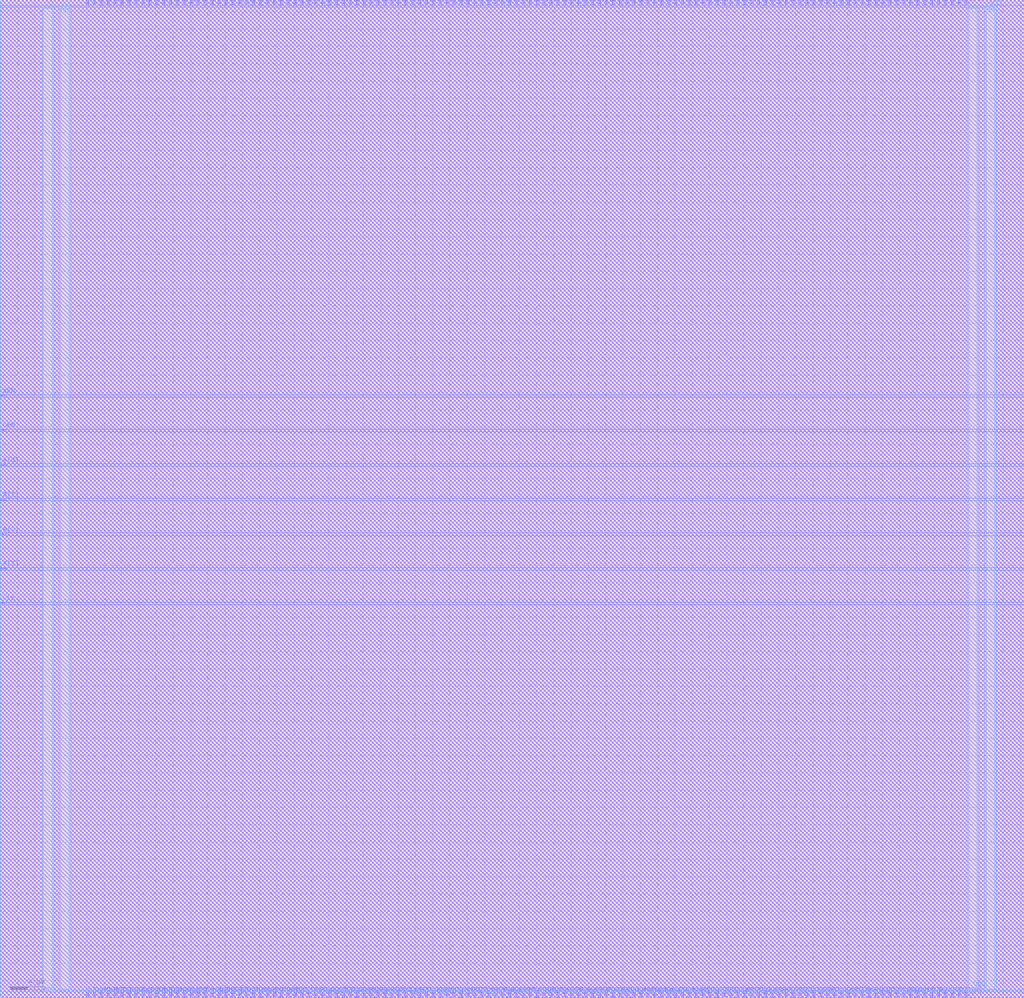
<source format=lef>
##
## LEF for PtnCells ;
## created by Innovus v15.23-s045_1 on Sat Mar 22 08:13:47 2025
##

VERSION 5.8 ;

BUSBITCHARS "[]" ;
DIVIDERCHAR "/" ;

MACRO sram_w16
  CLASS BLOCK ;
  SIZE 118.4000 BY 115.4000 ;
  FOREIGN sram_w16 0.0000 0.0000 ;
  ORIGIN 0 0 ;
  SYMMETRY X Y R90 ;
  PIN CLK
    DIRECTION INPUT ;
    USE SIGNAL ;
    PORT
      LAYER M3 ;
        RECT 0.0000 45.5500 0.6000 45.6500 ;
    END
  END CLK
  PIN D[127]
    DIRECTION INPUT ;
    USE SIGNAL ;
    PORT
      LAYER M2 ;
        RECT 10.0500 0.0000 10.1500 0.6000 ;
    END
  END D[127]
  PIN D[126]
    DIRECTION INPUT ;
    USE SIGNAL ;
    PORT
      LAYER M2 ;
        RECT 10.8500 0.0000 10.9500 0.6000 ;
    END
  END D[126]
  PIN D[125]
    DIRECTION INPUT ;
    USE SIGNAL ;
    PORT
      LAYER M2 ;
        RECT 11.6500 0.0000 11.7500 0.6000 ;
    END
  END D[125]
  PIN D[124]
    DIRECTION INPUT ;
    USE SIGNAL ;
    PORT
      LAYER M2 ;
        RECT 12.4500 0.0000 12.5500 0.6000 ;
    END
  END D[124]
  PIN D[123]
    DIRECTION INPUT ;
    USE SIGNAL ;
    PORT
      LAYER M2 ;
        RECT 13.2500 0.0000 13.3500 0.6000 ;
    END
  END D[123]
  PIN D[122]
    DIRECTION INPUT ;
    USE SIGNAL ;
    PORT
      LAYER M2 ;
        RECT 14.0500 0.0000 14.1500 0.6000 ;
    END
  END D[122]
  PIN D[121]
    DIRECTION INPUT ;
    USE SIGNAL ;
    PORT
      LAYER M2 ;
        RECT 14.8500 0.0000 14.9500 0.6000 ;
    END
  END D[121]
  PIN D[120]
    DIRECTION INPUT ;
    USE SIGNAL ;
    PORT
      LAYER M2 ;
        RECT 15.6500 0.0000 15.7500 0.6000 ;
    END
  END D[120]
  PIN D[119]
    DIRECTION INPUT ;
    USE SIGNAL ;
    PORT
      LAYER M2 ;
        RECT 16.4500 0.0000 16.5500 0.6000 ;
    END
  END D[119]
  PIN D[118]
    DIRECTION INPUT ;
    USE SIGNAL ;
    PORT
      LAYER M2 ;
        RECT 17.2500 0.0000 17.3500 0.6000 ;
    END
  END D[118]
  PIN D[117]
    DIRECTION INPUT ;
    USE SIGNAL ;
    PORT
      LAYER M2 ;
        RECT 18.0500 0.0000 18.1500 0.6000 ;
    END
  END D[117]
  PIN D[116]
    DIRECTION INPUT ;
    USE SIGNAL ;
    PORT
      LAYER M2 ;
        RECT 18.8500 0.0000 18.9500 0.6000 ;
    END
  END D[116]
  PIN D[115]
    DIRECTION INPUT ;
    USE SIGNAL ;
    PORT
      LAYER M2 ;
        RECT 19.6500 0.0000 19.7500 0.6000 ;
    END
  END D[115]
  PIN D[114]
    DIRECTION INPUT ;
    USE SIGNAL ;
    PORT
      LAYER M2 ;
        RECT 20.4500 0.0000 20.5500 0.6000 ;
    END
  END D[114]
  PIN D[113]
    DIRECTION INPUT ;
    USE SIGNAL ;
    PORT
      LAYER M2 ;
        RECT 21.2500 0.0000 21.3500 0.6000 ;
    END
  END D[113]
  PIN D[112]
    DIRECTION INPUT ;
    USE SIGNAL ;
    PORT
      LAYER M2 ;
        RECT 22.0500 0.0000 22.1500 0.6000 ;
    END
  END D[112]
  PIN D[111]
    DIRECTION INPUT ;
    USE SIGNAL ;
    PORT
      LAYER M2 ;
        RECT 22.8500 0.0000 22.9500 0.6000 ;
    END
  END D[111]
  PIN D[110]
    DIRECTION INPUT ;
    USE SIGNAL ;
    PORT
      LAYER M2 ;
        RECT 23.6500 0.0000 23.7500 0.6000 ;
    END
  END D[110]
  PIN D[109]
    DIRECTION INPUT ;
    USE SIGNAL ;
    PORT
      LAYER M2 ;
        RECT 24.4500 0.0000 24.5500 0.6000 ;
    END
  END D[109]
  PIN D[108]
    DIRECTION INPUT ;
    USE SIGNAL ;
    PORT
      LAYER M2 ;
        RECT 25.2500 0.0000 25.3500 0.6000 ;
    END
  END D[108]
  PIN D[107]
    DIRECTION INPUT ;
    USE SIGNAL ;
    PORT
      LAYER M2 ;
        RECT 26.0500 0.0000 26.1500 0.6000 ;
    END
  END D[107]
  PIN D[106]
    DIRECTION INPUT ;
    USE SIGNAL ;
    PORT
      LAYER M2 ;
        RECT 26.8500 0.0000 26.9500 0.6000 ;
    END
  END D[106]
  PIN D[105]
    DIRECTION INPUT ;
    USE SIGNAL ;
    PORT
      LAYER M2 ;
        RECT 27.6500 0.0000 27.7500 0.6000 ;
    END
  END D[105]
  PIN D[104]
    DIRECTION INPUT ;
    USE SIGNAL ;
    PORT
      LAYER M2 ;
        RECT 28.4500 0.0000 28.5500 0.6000 ;
    END
  END D[104]
  PIN D[103]
    DIRECTION INPUT ;
    USE SIGNAL ;
    PORT
      LAYER M2 ;
        RECT 29.2500 0.0000 29.3500 0.6000 ;
    END
  END D[103]
  PIN D[102]
    DIRECTION INPUT ;
    USE SIGNAL ;
    PORT
      LAYER M2 ;
        RECT 30.0500 0.0000 30.1500 0.6000 ;
    END
  END D[102]
  PIN D[101]
    DIRECTION INPUT ;
    USE SIGNAL ;
    PORT
      LAYER M2 ;
        RECT 30.8500 0.0000 30.9500 0.6000 ;
    END
  END D[101]
  PIN D[100]
    DIRECTION INPUT ;
    USE SIGNAL ;
    PORT
      LAYER M2 ;
        RECT 31.6500 0.0000 31.7500 0.6000 ;
    END
  END D[100]
  PIN D[99]
    DIRECTION INPUT ;
    USE SIGNAL ;
    PORT
      LAYER M2 ;
        RECT 32.4500 0.0000 32.5500 0.6000 ;
    END
  END D[99]
  PIN D[98]
    DIRECTION INPUT ;
    USE SIGNAL ;
    PORT
      LAYER M2 ;
        RECT 33.2500 0.0000 33.3500 0.6000 ;
    END
  END D[98]
  PIN D[97]
    DIRECTION INPUT ;
    USE SIGNAL ;
    PORT
      LAYER M2 ;
        RECT 34.0500 0.0000 34.1500 0.6000 ;
    END
  END D[97]
  PIN D[96]
    DIRECTION INPUT ;
    USE SIGNAL ;
    PORT
      LAYER M2 ;
        RECT 34.8500 0.0000 34.9500 0.6000 ;
    END
  END D[96]
  PIN D[95]
    DIRECTION INPUT ;
    USE SIGNAL ;
    PORT
      LAYER M2 ;
        RECT 35.6500 0.0000 35.7500 0.6000 ;
    END
  END D[95]
  PIN D[94]
    DIRECTION INPUT ;
    USE SIGNAL ;
    PORT
      LAYER M2 ;
        RECT 36.4500 0.0000 36.5500 0.6000 ;
    END
  END D[94]
  PIN D[93]
    DIRECTION INPUT ;
    USE SIGNAL ;
    PORT
      LAYER M2 ;
        RECT 37.2500 0.0000 37.3500 0.6000 ;
    END
  END D[93]
  PIN D[92]
    DIRECTION INPUT ;
    USE SIGNAL ;
    PORT
      LAYER M2 ;
        RECT 38.0500 0.0000 38.1500 0.6000 ;
    END
  END D[92]
  PIN D[91]
    DIRECTION INPUT ;
    USE SIGNAL ;
    PORT
      LAYER M2 ;
        RECT 38.8500 0.0000 38.9500 0.6000 ;
    END
  END D[91]
  PIN D[90]
    DIRECTION INPUT ;
    USE SIGNAL ;
    PORT
      LAYER M2 ;
        RECT 39.6500 0.0000 39.7500 0.6000 ;
    END
  END D[90]
  PIN D[89]
    DIRECTION INPUT ;
    USE SIGNAL ;
    PORT
      LAYER M2 ;
        RECT 40.4500 0.0000 40.5500 0.6000 ;
    END
  END D[89]
  PIN D[88]
    DIRECTION INPUT ;
    USE SIGNAL ;
    PORT
      LAYER M2 ;
        RECT 41.2500 0.0000 41.3500 0.6000 ;
    END
  END D[88]
  PIN D[87]
    DIRECTION INPUT ;
    USE SIGNAL ;
    PORT
      LAYER M2 ;
        RECT 42.0500 0.0000 42.1500 0.6000 ;
    END
  END D[87]
  PIN D[86]
    DIRECTION INPUT ;
    USE SIGNAL ;
    PORT
      LAYER M2 ;
        RECT 42.8500 0.0000 42.9500 0.6000 ;
    END
  END D[86]
  PIN D[85]
    DIRECTION INPUT ;
    USE SIGNAL ;
    PORT
      LAYER M2 ;
        RECT 43.6500 0.0000 43.7500 0.6000 ;
    END
  END D[85]
  PIN D[84]
    DIRECTION INPUT ;
    USE SIGNAL ;
    PORT
      LAYER M2 ;
        RECT 44.4500 0.0000 44.5500 0.6000 ;
    END
  END D[84]
  PIN D[83]
    DIRECTION INPUT ;
    USE SIGNAL ;
    PORT
      LAYER M2 ;
        RECT 45.2500 0.0000 45.3500 0.6000 ;
    END
  END D[83]
  PIN D[82]
    DIRECTION INPUT ;
    USE SIGNAL ;
    PORT
      LAYER M2 ;
        RECT 46.0500 0.0000 46.1500 0.6000 ;
    END
  END D[82]
  PIN D[81]
    DIRECTION INPUT ;
    USE SIGNAL ;
    PORT
      LAYER M2 ;
        RECT 46.8500 0.0000 46.9500 0.6000 ;
    END
  END D[81]
  PIN D[80]
    DIRECTION INPUT ;
    USE SIGNAL ;
    PORT
      LAYER M2 ;
        RECT 47.6500 0.0000 47.7500 0.6000 ;
    END
  END D[80]
  PIN D[79]
    DIRECTION INPUT ;
    USE SIGNAL ;
    PORT
      LAYER M2 ;
        RECT 48.4500 0.0000 48.5500 0.6000 ;
    END
  END D[79]
  PIN D[78]
    DIRECTION INPUT ;
    USE SIGNAL ;
    PORT
      LAYER M2 ;
        RECT 49.2500 0.0000 49.3500 0.6000 ;
    END
  END D[78]
  PIN D[77]
    DIRECTION INPUT ;
    USE SIGNAL ;
    PORT
      LAYER M2 ;
        RECT 50.0500 0.0000 50.1500 0.6000 ;
    END
  END D[77]
  PIN D[76]
    DIRECTION INPUT ;
    USE SIGNAL ;
    PORT
      LAYER M2 ;
        RECT 50.8500 0.0000 50.9500 0.6000 ;
    END
  END D[76]
  PIN D[75]
    DIRECTION INPUT ;
    USE SIGNAL ;
    PORT
      LAYER M2 ;
        RECT 51.6500 0.0000 51.7500 0.6000 ;
    END
  END D[75]
  PIN D[74]
    DIRECTION INPUT ;
    USE SIGNAL ;
    PORT
      LAYER M2 ;
        RECT 52.4500 0.0000 52.5500 0.6000 ;
    END
  END D[74]
  PIN D[73]
    DIRECTION INPUT ;
    USE SIGNAL ;
    PORT
      LAYER M2 ;
        RECT 53.2500 0.0000 53.3500 0.6000 ;
    END
  END D[73]
  PIN D[72]
    DIRECTION INPUT ;
    USE SIGNAL ;
    PORT
      LAYER M2 ;
        RECT 54.0500 0.0000 54.1500 0.6000 ;
    END
  END D[72]
  PIN D[71]
    DIRECTION INPUT ;
    USE SIGNAL ;
    PORT
      LAYER M2 ;
        RECT 54.8500 0.0000 54.9500 0.6000 ;
    END
  END D[71]
  PIN D[70]
    DIRECTION INPUT ;
    USE SIGNAL ;
    PORT
      LAYER M2 ;
        RECT 55.6500 0.0000 55.7500 0.6000 ;
    END
  END D[70]
  PIN D[69]
    DIRECTION INPUT ;
    USE SIGNAL ;
    PORT
      LAYER M2 ;
        RECT 56.4500 0.0000 56.5500 0.6000 ;
    END
  END D[69]
  PIN D[68]
    DIRECTION INPUT ;
    USE SIGNAL ;
    PORT
      LAYER M2 ;
        RECT 57.2500 0.0000 57.3500 0.6000 ;
    END
  END D[68]
  PIN D[67]
    DIRECTION INPUT ;
    USE SIGNAL ;
    PORT
      LAYER M2 ;
        RECT 58.0500 0.0000 58.1500 0.6000 ;
    END
  END D[67]
  PIN D[66]
    DIRECTION INPUT ;
    USE SIGNAL ;
    PORT
      LAYER M2 ;
        RECT 58.8500 0.0000 58.9500 0.6000 ;
    END
  END D[66]
  PIN D[65]
    DIRECTION INPUT ;
    USE SIGNAL ;
    PORT
      LAYER M2 ;
        RECT 59.6500 0.0000 59.7500 0.6000 ;
    END
  END D[65]
  PIN D[64]
    DIRECTION INPUT ;
    USE SIGNAL ;
    PORT
      LAYER M2 ;
        RECT 60.4500 0.0000 60.5500 0.6000 ;
    END
  END D[64]
  PIN D[63]
    DIRECTION INPUT ;
    USE SIGNAL ;
    PORT
      LAYER M2 ;
        RECT 61.2500 0.0000 61.3500 0.6000 ;
    END
  END D[63]
  PIN D[62]
    DIRECTION INPUT ;
    USE SIGNAL ;
    PORT
      LAYER M2 ;
        RECT 62.0500 0.0000 62.1500 0.6000 ;
    END
  END D[62]
  PIN D[61]
    DIRECTION INPUT ;
    USE SIGNAL ;
    PORT
      LAYER M2 ;
        RECT 62.8500 0.0000 62.9500 0.6000 ;
    END
  END D[61]
  PIN D[60]
    DIRECTION INPUT ;
    USE SIGNAL ;
    PORT
      LAYER M2 ;
        RECT 63.6500 0.0000 63.7500 0.6000 ;
    END
  END D[60]
  PIN D[59]
    DIRECTION INPUT ;
    USE SIGNAL ;
    PORT
      LAYER M2 ;
        RECT 64.4500 0.0000 64.5500 0.6000 ;
    END
  END D[59]
  PIN D[58]
    DIRECTION INPUT ;
    USE SIGNAL ;
    PORT
      LAYER M2 ;
        RECT 65.2500 0.0000 65.3500 0.6000 ;
    END
  END D[58]
  PIN D[57]
    DIRECTION INPUT ;
    USE SIGNAL ;
    PORT
      LAYER M2 ;
        RECT 66.0500 0.0000 66.1500 0.6000 ;
    END
  END D[57]
  PIN D[56]
    DIRECTION INPUT ;
    USE SIGNAL ;
    PORT
      LAYER M2 ;
        RECT 66.8500 0.0000 66.9500 0.6000 ;
    END
  END D[56]
  PIN D[55]
    DIRECTION INPUT ;
    USE SIGNAL ;
    PORT
      LAYER M2 ;
        RECT 67.6500 0.0000 67.7500 0.6000 ;
    END
  END D[55]
  PIN D[54]
    DIRECTION INPUT ;
    USE SIGNAL ;
    PORT
      LAYER M2 ;
        RECT 68.4500 0.0000 68.5500 0.6000 ;
    END
  END D[54]
  PIN D[53]
    DIRECTION INPUT ;
    USE SIGNAL ;
    PORT
      LAYER M2 ;
        RECT 69.2500 0.0000 69.3500 0.6000 ;
    END
  END D[53]
  PIN D[52]
    DIRECTION INPUT ;
    USE SIGNAL ;
    PORT
      LAYER M2 ;
        RECT 70.0500 0.0000 70.1500 0.6000 ;
    END
  END D[52]
  PIN D[51]
    DIRECTION INPUT ;
    USE SIGNAL ;
    PORT
      LAYER M2 ;
        RECT 70.8500 0.0000 70.9500 0.6000 ;
    END
  END D[51]
  PIN D[50]
    DIRECTION INPUT ;
    USE SIGNAL ;
    PORT
      LAYER M2 ;
        RECT 71.6500 0.0000 71.7500 0.6000 ;
    END
  END D[50]
  PIN D[49]
    DIRECTION INPUT ;
    USE SIGNAL ;
    PORT
      LAYER M2 ;
        RECT 72.4500 0.0000 72.5500 0.6000 ;
    END
  END D[49]
  PIN D[48]
    DIRECTION INPUT ;
    USE SIGNAL ;
    PORT
      LAYER M2 ;
        RECT 73.2500 0.0000 73.3500 0.6000 ;
    END
  END D[48]
  PIN D[47]
    DIRECTION INPUT ;
    USE SIGNAL ;
    PORT
      LAYER M2 ;
        RECT 74.0500 0.0000 74.1500 0.6000 ;
    END
  END D[47]
  PIN D[46]
    DIRECTION INPUT ;
    USE SIGNAL ;
    PORT
      LAYER M2 ;
        RECT 74.8500 0.0000 74.9500 0.6000 ;
    END
  END D[46]
  PIN D[45]
    DIRECTION INPUT ;
    USE SIGNAL ;
    PORT
      LAYER M2 ;
        RECT 75.6500 0.0000 75.7500 0.6000 ;
    END
  END D[45]
  PIN D[44]
    DIRECTION INPUT ;
    USE SIGNAL ;
    PORT
      LAYER M2 ;
        RECT 76.4500 0.0000 76.5500 0.6000 ;
    END
  END D[44]
  PIN D[43]
    DIRECTION INPUT ;
    USE SIGNAL ;
    PORT
      LAYER M2 ;
        RECT 77.2500 0.0000 77.3500 0.6000 ;
    END
  END D[43]
  PIN D[42]
    DIRECTION INPUT ;
    USE SIGNAL ;
    PORT
      LAYER M2 ;
        RECT 78.0500 0.0000 78.1500 0.6000 ;
    END
  END D[42]
  PIN D[41]
    DIRECTION INPUT ;
    USE SIGNAL ;
    PORT
      LAYER M2 ;
        RECT 78.8500 0.0000 78.9500 0.6000 ;
    END
  END D[41]
  PIN D[40]
    DIRECTION INPUT ;
    USE SIGNAL ;
    PORT
      LAYER M2 ;
        RECT 79.6500 0.0000 79.7500 0.6000 ;
    END
  END D[40]
  PIN D[39]
    DIRECTION INPUT ;
    USE SIGNAL ;
    PORT
      LAYER M2 ;
        RECT 80.4500 0.0000 80.5500 0.6000 ;
    END
  END D[39]
  PIN D[38]
    DIRECTION INPUT ;
    USE SIGNAL ;
    PORT
      LAYER M2 ;
        RECT 81.2500 0.0000 81.3500 0.6000 ;
    END
  END D[38]
  PIN D[37]
    DIRECTION INPUT ;
    USE SIGNAL ;
    PORT
      LAYER M2 ;
        RECT 82.0500 0.0000 82.1500 0.6000 ;
    END
  END D[37]
  PIN D[36]
    DIRECTION INPUT ;
    USE SIGNAL ;
    PORT
      LAYER M2 ;
        RECT 82.8500 0.0000 82.9500 0.6000 ;
    END
  END D[36]
  PIN D[35]
    DIRECTION INPUT ;
    USE SIGNAL ;
    PORT
      LAYER M2 ;
        RECT 83.6500 0.0000 83.7500 0.6000 ;
    END
  END D[35]
  PIN D[34]
    DIRECTION INPUT ;
    USE SIGNAL ;
    PORT
      LAYER M2 ;
        RECT 84.4500 0.0000 84.5500 0.6000 ;
    END
  END D[34]
  PIN D[33]
    DIRECTION INPUT ;
    USE SIGNAL ;
    PORT
      LAYER M2 ;
        RECT 85.2500 0.0000 85.3500 0.6000 ;
    END
  END D[33]
  PIN D[32]
    DIRECTION INPUT ;
    USE SIGNAL ;
    PORT
      LAYER M2 ;
        RECT 86.0500 0.0000 86.1500 0.6000 ;
    END
  END D[32]
  PIN D[31]
    DIRECTION INPUT ;
    USE SIGNAL ;
    PORT
      LAYER M2 ;
        RECT 86.8500 0.0000 86.9500 0.6000 ;
    END
  END D[31]
  PIN D[30]
    DIRECTION INPUT ;
    USE SIGNAL ;
    PORT
      LAYER M2 ;
        RECT 87.6500 0.0000 87.7500 0.6000 ;
    END
  END D[30]
  PIN D[29]
    DIRECTION INPUT ;
    USE SIGNAL ;
    PORT
      LAYER M2 ;
        RECT 88.4500 0.0000 88.5500 0.6000 ;
    END
  END D[29]
  PIN D[28]
    DIRECTION INPUT ;
    USE SIGNAL ;
    PORT
      LAYER M2 ;
        RECT 89.2500 0.0000 89.3500 0.6000 ;
    END
  END D[28]
  PIN D[27]
    DIRECTION INPUT ;
    USE SIGNAL ;
    PORT
      LAYER M2 ;
        RECT 90.0500 0.0000 90.1500 0.6000 ;
    END
  END D[27]
  PIN D[26]
    DIRECTION INPUT ;
    USE SIGNAL ;
    PORT
      LAYER M2 ;
        RECT 90.8500 0.0000 90.9500 0.6000 ;
    END
  END D[26]
  PIN D[25]
    DIRECTION INPUT ;
    USE SIGNAL ;
    PORT
      LAYER M2 ;
        RECT 91.6500 0.0000 91.7500 0.6000 ;
    END
  END D[25]
  PIN D[24]
    DIRECTION INPUT ;
    USE SIGNAL ;
    PORT
      LAYER M2 ;
        RECT 92.4500 0.0000 92.5500 0.6000 ;
    END
  END D[24]
  PIN D[23]
    DIRECTION INPUT ;
    USE SIGNAL ;
    PORT
      LAYER M2 ;
        RECT 93.2500 0.0000 93.3500 0.6000 ;
    END
  END D[23]
  PIN D[22]
    DIRECTION INPUT ;
    USE SIGNAL ;
    PORT
      LAYER M2 ;
        RECT 94.0500 0.0000 94.1500 0.6000 ;
    END
  END D[22]
  PIN D[21]
    DIRECTION INPUT ;
    USE SIGNAL ;
    PORT
      LAYER M2 ;
        RECT 94.8500 0.0000 94.9500 0.6000 ;
    END
  END D[21]
  PIN D[20]
    DIRECTION INPUT ;
    USE SIGNAL ;
    PORT
      LAYER M2 ;
        RECT 95.6500 0.0000 95.7500 0.6000 ;
    END
  END D[20]
  PIN D[19]
    DIRECTION INPUT ;
    USE SIGNAL ;
    PORT
      LAYER M2 ;
        RECT 96.4500 0.0000 96.5500 0.6000 ;
    END
  END D[19]
  PIN D[18]
    DIRECTION INPUT ;
    USE SIGNAL ;
    PORT
      LAYER M2 ;
        RECT 97.2500 0.0000 97.3500 0.6000 ;
    END
  END D[18]
  PIN D[17]
    DIRECTION INPUT ;
    USE SIGNAL ;
    PORT
      LAYER M2 ;
        RECT 98.0500 0.0000 98.1500 0.6000 ;
    END
  END D[17]
  PIN D[16]
    DIRECTION INPUT ;
    USE SIGNAL ;
    PORT
      LAYER M2 ;
        RECT 98.8500 0.0000 98.9500 0.6000 ;
    END
  END D[16]
  PIN D[15]
    DIRECTION INPUT ;
    USE SIGNAL ;
    PORT
      LAYER M2 ;
        RECT 99.6500 0.0000 99.7500 0.6000 ;
    END
  END D[15]
  PIN D[14]
    DIRECTION INPUT ;
    USE SIGNAL ;
    PORT
      LAYER M2 ;
        RECT 100.4500 0.0000 100.5500 0.6000 ;
    END
  END D[14]
  PIN D[13]
    DIRECTION INPUT ;
    USE SIGNAL ;
    PORT
      LAYER M2 ;
        RECT 101.2500 0.0000 101.3500 0.6000 ;
    END
  END D[13]
  PIN D[12]
    DIRECTION INPUT ;
    USE SIGNAL ;
    PORT
      LAYER M2 ;
        RECT 102.0500 0.0000 102.1500 0.6000 ;
    END
  END D[12]
  PIN D[11]
    DIRECTION INPUT ;
    USE SIGNAL ;
    PORT
      LAYER M2 ;
        RECT 102.8500 0.0000 102.9500 0.6000 ;
    END
  END D[11]
  PIN D[10]
    DIRECTION INPUT ;
    USE SIGNAL ;
    PORT
      LAYER M2 ;
        RECT 103.6500 0.0000 103.7500 0.6000 ;
    END
  END D[10]
  PIN D[9]
    DIRECTION INPUT ;
    USE SIGNAL ;
    PORT
      LAYER M2 ;
        RECT 104.4500 0.0000 104.5500 0.6000 ;
    END
  END D[9]
  PIN D[8]
    DIRECTION INPUT ;
    USE SIGNAL ;
    PORT
      LAYER M2 ;
        RECT 105.2500 0.0000 105.3500 0.6000 ;
    END
  END D[8]
  PIN D[7]
    DIRECTION INPUT ;
    USE SIGNAL ;
    PORT
      LAYER M2 ;
        RECT 106.0500 0.0000 106.1500 0.6000 ;
    END
  END D[7]
  PIN D[6]
    DIRECTION INPUT ;
    USE SIGNAL ;
    PORT
      LAYER M2 ;
        RECT 106.8500 0.0000 106.9500 0.6000 ;
    END
  END D[6]
  PIN D[5]
    DIRECTION INPUT ;
    USE SIGNAL ;
    PORT
      LAYER M2 ;
        RECT 107.6500 0.0000 107.7500 0.6000 ;
    END
  END D[5]
  PIN D[4]
    DIRECTION INPUT ;
    USE SIGNAL ;
    PORT
      LAYER M2 ;
        RECT 108.4500 0.0000 108.5500 0.6000 ;
    END
  END D[4]
  PIN D[3]
    DIRECTION INPUT ;
    USE SIGNAL ;
    PORT
      LAYER M2 ;
        RECT 109.2500 0.0000 109.3500 0.6000 ;
    END
  END D[3]
  PIN D[2]
    DIRECTION INPUT ;
    USE SIGNAL ;
    PORT
      LAYER M2 ;
        RECT 110.0500 0.0000 110.1500 0.6000 ;
    END
  END D[2]
  PIN D[1]
    DIRECTION INPUT ;
    USE SIGNAL ;
    PORT
      LAYER M2 ;
        RECT 110.8500 0.0000 110.9500 0.6000 ;
    END
  END D[1]
  PIN D[0]
    DIRECTION INPUT ;
    USE SIGNAL ;
    PORT
      LAYER M2 ;
        RECT 111.6500 0.0000 111.7500 0.6000 ;
    END
  END D[0]
  PIN Q[127]
    DIRECTION OUTPUT ;
    USE SIGNAL ;
    PORT
      LAYER M2 ;
        RECT 10.0500 114.8000 10.1500 115.4000 ;
    END
  END Q[127]
  PIN Q[126]
    DIRECTION OUTPUT ;
    USE SIGNAL ;
    PORT
      LAYER M2 ;
        RECT 10.8500 114.8000 10.9500 115.4000 ;
    END
  END Q[126]
  PIN Q[125]
    DIRECTION OUTPUT ;
    USE SIGNAL ;
    PORT
      LAYER M2 ;
        RECT 11.6500 114.8000 11.7500 115.4000 ;
    END
  END Q[125]
  PIN Q[124]
    DIRECTION OUTPUT ;
    USE SIGNAL ;
    PORT
      LAYER M2 ;
        RECT 12.4500 114.8000 12.5500 115.4000 ;
    END
  END Q[124]
  PIN Q[123]
    DIRECTION OUTPUT ;
    USE SIGNAL ;
    PORT
      LAYER M2 ;
        RECT 13.2500 114.8000 13.3500 115.4000 ;
    END
  END Q[123]
  PIN Q[122]
    DIRECTION OUTPUT ;
    USE SIGNAL ;
    PORT
      LAYER M2 ;
        RECT 14.0500 114.8000 14.1500 115.4000 ;
    END
  END Q[122]
  PIN Q[121]
    DIRECTION OUTPUT ;
    USE SIGNAL ;
    PORT
      LAYER M2 ;
        RECT 14.8500 114.8000 14.9500 115.4000 ;
    END
  END Q[121]
  PIN Q[120]
    DIRECTION OUTPUT ;
    USE SIGNAL ;
    PORT
      LAYER M2 ;
        RECT 15.6500 114.8000 15.7500 115.4000 ;
    END
  END Q[120]
  PIN Q[119]
    DIRECTION OUTPUT ;
    USE SIGNAL ;
    PORT
      LAYER M2 ;
        RECT 16.4500 114.8000 16.5500 115.4000 ;
    END
  END Q[119]
  PIN Q[118]
    DIRECTION OUTPUT ;
    USE SIGNAL ;
    PORT
      LAYER M2 ;
        RECT 17.2500 114.8000 17.3500 115.4000 ;
    END
  END Q[118]
  PIN Q[117]
    DIRECTION OUTPUT ;
    USE SIGNAL ;
    PORT
      LAYER M2 ;
        RECT 18.0500 114.8000 18.1500 115.4000 ;
    END
  END Q[117]
  PIN Q[116]
    DIRECTION OUTPUT ;
    USE SIGNAL ;
    PORT
      LAYER M2 ;
        RECT 18.8500 114.8000 18.9500 115.4000 ;
    END
  END Q[116]
  PIN Q[115]
    DIRECTION OUTPUT ;
    USE SIGNAL ;
    PORT
      LAYER M2 ;
        RECT 19.6500 114.8000 19.7500 115.4000 ;
    END
  END Q[115]
  PIN Q[114]
    DIRECTION OUTPUT ;
    USE SIGNAL ;
    PORT
      LAYER M2 ;
        RECT 20.4500 114.8000 20.5500 115.4000 ;
    END
  END Q[114]
  PIN Q[113]
    DIRECTION OUTPUT ;
    USE SIGNAL ;
    PORT
      LAYER M2 ;
        RECT 21.2500 114.8000 21.3500 115.4000 ;
    END
  END Q[113]
  PIN Q[112]
    DIRECTION OUTPUT ;
    USE SIGNAL ;
    PORT
      LAYER M2 ;
        RECT 22.0500 114.8000 22.1500 115.4000 ;
    END
  END Q[112]
  PIN Q[111]
    DIRECTION OUTPUT ;
    USE SIGNAL ;
    PORT
      LAYER M2 ;
        RECT 22.8500 114.8000 22.9500 115.4000 ;
    END
  END Q[111]
  PIN Q[110]
    DIRECTION OUTPUT ;
    USE SIGNAL ;
    PORT
      LAYER M2 ;
        RECT 23.6500 114.8000 23.7500 115.4000 ;
    END
  END Q[110]
  PIN Q[109]
    DIRECTION OUTPUT ;
    USE SIGNAL ;
    PORT
      LAYER M2 ;
        RECT 24.4500 114.8000 24.5500 115.4000 ;
    END
  END Q[109]
  PIN Q[108]
    DIRECTION OUTPUT ;
    USE SIGNAL ;
    PORT
      LAYER M2 ;
        RECT 25.2500 114.8000 25.3500 115.4000 ;
    END
  END Q[108]
  PIN Q[107]
    DIRECTION OUTPUT ;
    USE SIGNAL ;
    PORT
      LAYER M2 ;
        RECT 26.0500 114.8000 26.1500 115.4000 ;
    END
  END Q[107]
  PIN Q[106]
    DIRECTION OUTPUT ;
    USE SIGNAL ;
    PORT
      LAYER M2 ;
        RECT 26.8500 114.8000 26.9500 115.4000 ;
    END
  END Q[106]
  PIN Q[105]
    DIRECTION OUTPUT ;
    USE SIGNAL ;
    PORT
      LAYER M2 ;
        RECT 27.6500 114.8000 27.7500 115.4000 ;
    END
  END Q[105]
  PIN Q[104]
    DIRECTION OUTPUT ;
    USE SIGNAL ;
    PORT
      LAYER M2 ;
        RECT 28.4500 114.8000 28.5500 115.4000 ;
    END
  END Q[104]
  PIN Q[103]
    DIRECTION OUTPUT ;
    USE SIGNAL ;
    PORT
      LAYER M2 ;
        RECT 29.2500 114.8000 29.3500 115.4000 ;
    END
  END Q[103]
  PIN Q[102]
    DIRECTION OUTPUT ;
    USE SIGNAL ;
    PORT
      LAYER M2 ;
        RECT 30.0500 114.8000 30.1500 115.4000 ;
    END
  END Q[102]
  PIN Q[101]
    DIRECTION OUTPUT ;
    USE SIGNAL ;
    PORT
      LAYER M2 ;
        RECT 30.8500 114.8000 30.9500 115.4000 ;
    END
  END Q[101]
  PIN Q[100]
    DIRECTION OUTPUT ;
    USE SIGNAL ;
    PORT
      LAYER M2 ;
        RECT 31.6500 114.8000 31.7500 115.4000 ;
    END
  END Q[100]
  PIN Q[99]
    DIRECTION OUTPUT ;
    USE SIGNAL ;
    PORT
      LAYER M2 ;
        RECT 32.4500 114.8000 32.5500 115.4000 ;
    END
  END Q[99]
  PIN Q[98]
    DIRECTION OUTPUT ;
    USE SIGNAL ;
    PORT
      LAYER M2 ;
        RECT 33.2500 114.8000 33.3500 115.4000 ;
    END
  END Q[98]
  PIN Q[97]
    DIRECTION OUTPUT ;
    USE SIGNAL ;
    PORT
      LAYER M2 ;
        RECT 34.0500 114.8000 34.1500 115.4000 ;
    END
  END Q[97]
  PIN Q[96]
    DIRECTION OUTPUT ;
    USE SIGNAL ;
    PORT
      LAYER M2 ;
        RECT 34.8500 114.8000 34.9500 115.4000 ;
    END
  END Q[96]
  PIN Q[95]
    DIRECTION OUTPUT ;
    USE SIGNAL ;
    PORT
      LAYER M2 ;
        RECT 35.6500 114.8000 35.7500 115.4000 ;
    END
  END Q[95]
  PIN Q[94]
    DIRECTION OUTPUT ;
    USE SIGNAL ;
    PORT
      LAYER M2 ;
        RECT 36.4500 114.8000 36.5500 115.4000 ;
    END
  END Q[94]
  PIN Q[93]
    DIRECTION OUTPUT ;
    USE SIGNAL ;
    PORT
      LAYER M2 ;
        RECT 37.2500 114.8000 37.3500 115.4000 ;
    END
  END Q[93]
  PIN Q[92]
    DIRECTION OUTPUT ;
    USE SIGNAL ;
    PORT
      LAYER M2 ;
        RECT 38.0500 114.8000 38.1500 115.4000 ;
    END
  END Q[92]
  PIN Q[91]
    DIRECTION OUTPUT ;
    USE SIGNAL ;
    PORT
      LAYER M2 ;
        RECT 38.8500 114.8000 38.9500 115.4000 ;
    END
  END Q[91]
  PIN Q[90]
    DIRECTION OUTPUT ;
    USE SIGNAL ;
    PORT
      LAYER M2 ;
        RECT 39.6500 114.8000 39.7500 115.4000 ;
    END
  END Q[90]
  PIN Q[89]
    DIRECTION OUTPUT ;
    USE SIGNAL ;
    PORT
      LAYER M2 ;
        RECT 40.4500 114.8000 40.5500 115.4000 ;
    END
  END Q[89]
  PIN Q[88]
    DIRECTION OUTPUT ;
    USE SIGNAL ;
    PORT
      LAYER M2 ;
        RECT 41.2500 114.8000 41.3500 115.4000 ;
    END
  END Q[88]
  PIN Q[87]
    DIRECTION OUTPUT ;
    USE SIGNAL ;
    PORT
      LAYER M2 ;
        RECT 42.0500 114.8000 42.1500 115.4000 ;
    END
  END Q[87]
  PIN Q[86]
    DIRECTION OUTPUT ;
    USE SIGNAL ;
    PORT
      LAYER M2 ;
        RECT 42.8500 114.8000 42.9500 115.4000 ;
    END
  END Q[86]
  PIN Q[85]
    DIRECTION OUTPUT ;
    USE SIGNAL ;
    PORT
      LAYER M2 ;
        RECT 43.6500 114.8000 43.7500 115.4000 ;
    END
  END Q[85]
  PIN Q[84]
    DIRECTION OUTPUT ;
    USE SIGNAL ;
    PORT
      LAYER M2 ;
        RECT 44.4500 114.8000 44.5500 115.4000 ;
    END
  END Q[84]
  PIN Q[83]
    DIRECTION OUTPUT ;
    USE SIGNAL ;
    PORT
      LAYER M2 ;
        RECT 45.2500 114.8000 45.3500 115.4000 ;
    END
  END Q[83]
  PIN Q[82]
    DIRECTION OUTPUT ;
    USE SIGNAL ;
    PORT
      LAYER M2 ;
        RECT 46.0500 114.8000 46.1500 115.4000 ;
    END
  END Q[82]
  PIN Q[81]
    DIRECTION OUTPUT ;
    USE SIGNAL ;
    PORT
      LAYER M2 ;
        RECT 46.8500 114.8000 46.9500 115.4000 ;
    END
  END Q[81]
  PIN Q[80]
    DIRECTION OUTPUT ;
    USE SIGNAL ;
    PORT
      LAYER M2 ;
        RECT 47.6500 114.8000 47.7500 115.4000 ;
    END
  END Q[80]
  PIN Q[79]
    DIRECTION OUTPUT ;
    USE SIGNAL ;
    PORT
      LAYER M2 ;
        RECT 48.4500 114.8000 48.5500 115.4000 ;
    END
  END Q[79]
  PIN Q[78]
    DIRECTION OUTPUT ;
    USE SIGNAL ;
    PORT
      LAYER M2 ;
        RECT 49.2500 114.8000 49.3500 115.4000 ;
    END
  END Q[78]
  PIN Q[77]
    DIRECTION OUTPUT ;
    USE SIGNAL ;
    PORT
      LAYER M2 ;
        RECT 50.0500 114.8000 50.1500 115.4000 ;
    END
  END Q[77]
  PIN Q[76]
    DIRECTION OUTPUT ;
    USE SIGNAL ;
    PORT
      LAYER M2 ;
        RECT 50.8500 114.8000 50.9500 115.4000 ;
    END
  END Q[76]
  PIN Q[75]
    DIRECTION OUTPUT ;
    USE SIGNAL ;
    PORT
      LAYER M2 ;
        RECT 51.6500 114.8000 51.7500 115.4000 ;
    END
  END Q[75]
  PIN Q[74]
    DIRECTION OUTPUT ;
    USE SIGNAL ;
    PORT
      LAYER M2 ;
        RECT 52.4500 114.8000 52.5500 115.4000 ;
    END
  END Q[74]
  PIN Q[73]
    DIRECTION OUTPUT ;
    USE SIGNAL ;
    PORT
      LAYER M2 ;
        RECT 53.2500 114.8000 53.3500 115.4000 ;
    END
  END Q[73]
  PIN Q[72]
    DIRECTION OUTPUT ;
    USE SIGNAL ;
    PORT
      LAYER M2 ;
        RECT 54.0500 114.8000 54.1500 115.4000 ;
    END
  END Q[72]
  PIN Q[71]
    DIRECTION OUTPUT ;
    USE SIGNAL ;
    PORT
      LAYER M2 ;
        RECT 54.8500 114.8000 54.9500 115.4000 ;
    END
  END Q[71]
  PIN Q[70]
    DIRECTION OUTPUT ;
    USE SIGNAL ;
    PORT
      LAYER M2 ;
        RECT 55.6500 114.8000 55.7500 115.4000 ;
    END
  END Q[70]
  PIN Q[69]
    DIRECTION OUTPUT ;
    USE SIGNAL ;
    PORT
      LAYER M2 ;
        RECT 56.4500 114.8000 56.5500 115.4000 ;
    END
  END Q[69]
  PIN Q[68]
    DIRECTION OUTPUT ;
    USE SIGNAL ;
    PORT
      LAYER M2 ;
        RECT 57.2500 114.8000 57.3500 115.4000 ;
    END
  END Q[68]
  PIN Q[67]
    DIRECTION OUTPUT ;
    USE SIGNAL ;
    PORT
      LAYER M2 ;
        RECT 58.0500 114.8000 58.1500 115.4000 ;
    END
  END Q[67]
  PIN Q[66]
    DIRECTION OUTPUT ;
    USE SIGNAL ;
    PORT
      LAYER M2 ;
        RECT 58.8500 114.8000 58.9500 115.4000 ;
    END
  END Q[66]
  PIN Q[65]
    DIRECTION OUTPUT ;
    USE SIGNAL ;
    PORT
      LAYER M2 ;
        RECT 59.6500 114.8000 59.7500 115.4000 ;
    END
  END Q[65]
  PIN Q[64]
    DIRECTION OUTPUT ;
    USE SIGNAL ;
    PORT
      LAYER M2 ;
        RECT 60.4500 114.8000 60.5500 115.4000 ;
    END
  END Q[64]
  PIN Q[63]
    DIRECTION OUTPUT ;
    USE SIGNAL ;
    PORT
      LAYER M2 ;
        RECT 61.2500 114.8000 61.3500 115.4000 ;
    END
  END Q[63]
  PIN Q[62]
    DIRECTION OUTPUT ;
    USE SIGNAL ;
    PORT
      LAYER M2 ;
        RECT 62.0500 114.8000 62.1500 115.4000 ;
    END
  END Q[62]
  PIN Q[61]
    DIRECTION OUTPUT ;
    USE SIGNAL ;
    PORT
      LAYER M2 ;
        RECT 62.8500 114.8000 62.9500 115.4000 ;
    END
  END Q[61]
  PIN Q[60]
    DIRECTION OUTPUT ;
    USE SIGNAL ;
    PORT
      LAYER M2 ;
        RECT 63.6500 114.8000 63.7500 115.4000 ;
    END
  END Q[60]
  PIN Q[59]
    DIRECTION OUTPUT ;
    USE SIGNAL ;
    PORT
      LAYER M2 ;
        RECT 64.4500 114.8000 64.5500 115.4000 ;
    END
  END Q[59]
  PIN Q[58]
    DIRECTION OUTPUT ;
    USE SIGNAL ;
    PORT
      LAYER M2 ;
        RECT 65.2500 114.8000 65.3500 115.4000 ;
    END
  END Q[58]
  PIN Q[57]
    DIRECTION OUTPUT ;
    USE SIGNAL ;
    PORT
      LAYER M2 ;
        RECT 66.0500 114.8000 66.1500 115.4000 ;
    END
  END Q[57]
  PIN Q[56]
    DIRECTION OUTPUT ;
    USE SIGNAL ;
    PORT
      LAYER M2 ;
        RECT 66.8500 114.8000 66.9500 115.4000 ;
    END
  END Q[56]
  PIN Q[55]
    DIRECTION OUTPUT ;
    USE SIGNAL ;
    PORT
      LAYER M2 ;
        RECT 67.6500 114.8000 67.7500 115.4000 ;
    END
  END Q[55]
  PIN Q[54]
    DIRECTION OUTPUT ;
    USE SIGNAL ;
    PORT
      LAYER M2 ;
        RECT 68.4500 114.8000 68.5500 115.4000 ;
    END
  END Q[54]
  PIN Q[53]
    DIRECTION OUTPUT ;
    USE SIGNAL ;
    PORT
      LAYER M2 ;
        RECT 69.2500 114.8000 69.3500 115.4000 ;
    END
  END Q[53]
  PIN Q[52]
    DIRECTION OUTPUT ;
    USE SIGNAL ;
    PORT
      LAYER M2 ;
        RECT 70.0500 114.8000 70.1500 115.4000 ;
    END
  END Q[52]
  PIN Q[51]
    DIRECTION OUTPUT ;
    USE SIGNAL ;
    PORT
      LAYER M2 ;
        RECT 70.8500 114.8000 70.9500 115.4000 ;
    END
  END Q[51]
  PIN Q[50]
    DIRECTION OUTPUT ;
    USE SIGNAL ;
    PORT
      LAYER M2 ;
        RECT 71.6500 114.8000 71.7500 115.4000 ;
    END
  END Q[50]
  PIN Q[49]
    DIRECTION OUTPUT ;
    USE SIGNAL ;
    PORT
      LAYER M2 ;
        RECT 72.4500 114.8000 72.5500 115.4000 ;
    END
  END Q[49]
  PIN Q[48]
    DIRECTION OUTPUT ;
    USE SIGNAL ;
    PORT
      LAYER M2 ;
        RECT 73.2500 114.8000 73.3500 115.4000 ;
    END
  END Q[48]
  PIN Q[47]
    DIRECTION OUTPUT ;
    USE SIGNAL ;
    PORT
      LAYER M2 ;
        RECT 74.0500 114.8000 74.1500 115.4000 ;
    END
  END Q[47]
  PIN Q[46]
    DIRECTION OUTPUT ;
    USE SIGNAL ;
    PORT
      LAYER M2 ;
        RECT 74.8500 114.8000 74.9500 115.4000 ;
    END
  END Q[46]
  PIN Q[45]
    DIRECTION OUTPUT ;
    USE SIGNAL ;
    PORT
      LAYER M2 ;
        RECT 75.6500 114.8000 75.7500 115.4000 ;
    END
  END Q[45]
  PIN Q[44]
    DIRECTION OUTPUT ;
    USE SIGNAL ;
    PORT
      LAYER M2 ;
        RECT 76.4500 114.8000 76.5500 115.4000 ;
    END
  END Q[44]
  PIN Q[43]
    DIRECTION OUTPUT ;
    USE SIGNAL ;
    PORT
      LAYER M2 ;
        RECT 77.2500 114.8000 77.3500 115.4000 ;
    END
  END Q[43]
  PIN Q[42]
    DIRECTION OUTPUT ;
    USE SIGNAL ;
    PORT
      LAYER M2 ;
        RECT 78.0500 114.8000 78.1500 115.4000 ;
    END
  END Q[42]
  PIN Q[41]
    DIRECTION OUTPUT ;
    USE SIGNAL ;
    PORT
      LAYER M2 ;
        RECT 78.8500 114.8000 78.9500 115.4000 ;
    END
  END Q[41]
  PIN Q[40]
    DIRECTION OUTPUT ;
    USE SIGNAL ;
    PORT
      LAYER M2 ;
        RECT 79.6500 114.8000 79.7500 115.4000 ;
    END
  END Q[40]
  PIN Q[39]
    DIRECTION OUTPUT ;
    USE SIGNAL ;
    PORT
      LAYER M2 ;
        RECT 80.4500 114.8000 80.5500 115.4000 ;
    END
  END Q[39]
  PIN Q[38]
    DIRECTION OUTPUT ;
    USE SIGNAL ;
    PORT
      LAYER M2 ;
        RECT 81.2500 114.8000 81.3500 115.4000 ;
    END
  END Q[38]
  PIN Q[37]
    DIRECTION OUTPUT ;
    USE SIGNAL ;
    PORT
      LAYER M2 ;
        RECT 82.0500 114.8000 82.1500 115.4000 ;
    END
  END Q[37]
  PIN Q[36]
    DIRECTION OUTPUT ;
    USE SIGNAL ;
    PORT
      LAYER M2 ;
        RECT 82.8500 114.8000 82.9500 115.4000 ;
    END
  END Q[36]
  PIN Q[35]
    DIRECTION OUTPUT ;
    USE SIGNAL ;
    PORT
      LAYER M2 ;
        RECT 83.6500 114.8000 83.7500 115.4000 ;
    END
  END Q[35]
  PIN Q[34]
    DIRECTION OUTPUT ;
    USE SIGNAL ;
    PORT
      LAYER M2 ;
        RECT 84.4500 114.8000 84.5500 115.4000 ;
    END
  END Q[34]
  PIN Q[33]
    DIRECTION OUTPUT ;
    USE SIGNAL ;
    PORT
      LAYER M2 ;
        RECT 85.2500 114.8000 85.3500 115.4000 ;
    END
  END Q[33]
  PIN Q[32]
    DIRECTION OUTPUT ;
    USE SIGNAL ;
    PORT
      LAYER M2 ;
        RECT 86.0500 114.8000 86.1500 115.4000 ;
    END
  END Q[32]
  PIN Q[31]
    DIRECTION OUTPUT ;
    USE SIGNAL ;
    PORT
      LAYER M2 ;
        RECT 86.8500 114.8000 86.9500 115.4000 ;
    END
  END Q[31]
  PIN Q[30]
    DIRECTION OUTPUT ;
    USE SIGNAL ;
    PORT
      LAYER M2 ;
        RECT 87.6500 114.8000 87.7500 115.4000 ;
    END
  END Q[30]
  PIN Q[29]
    DIRECTION OUTPUT ;
    USE SIGNAL ;
    PORT
      LAYER M2 ;
        RECT 88.4500 114.8000 88.5500 115.4000 ;
    END
  END Q[29]
  PIN Q[28]
    DIRECTION OUTPUT ;
    USE SIGNAL ;
    PORT
      LAYER M2 ;
        RECT 89.2500 114.8000 89.3500 115.4000 ;
    END
  END Q[28]
  PIN Q[27]
    DIRECTION OUTPUT ;
    USE SIGNAL ;
    PORT
      LAYER M2 ;
        RECT 90.0500 114.8000 90.1500 115.4000 ;
    END
  END Q[27]
  PIN Q[26]
    DIRECTION OUTPUT ;
    USE SIGNAL ;
    PORT
      LAYER M2 ;
        RECT 90.8500 114.8000 90.9500 115.4000 ;
    END
  END Q[26]
  PIN Q[25]
    DIRECTION OUTPUT ;
    USE SIGNAL ;
    PORT
      LAYER M2 ;
        RECT 91.6500 114.8000 91.7500 115.4000 ;
    END
  END Q[25]
  PIN Q[24]
    DIRECTION OUTPUT ;
    USE SIGNAL ;
    PORT
      LAYER M2 ;
        RECT 92.4500 114.8000 92.5500 115.4000 ;
    END
  END Q[24]
  PIN Q[23]
    DIRECTION OUTPUT ;
    USE SIGNAL ;
    PORT
      LAYER M2 ;
        RECT 93.2500 114.8000 93.3500 115.4000 ;
    END
  END Q[23]
  PIN Q[22]
    DIRECTION OUTPUT ;
    USE SIGNAL ;
    PORT
      LAYER M2 ;
        RECT 94.0500 114.8000 94.1500 115.4000 ;
    END
  END Q[22]
  PIN Q[21]
    DIRECTION OUTPUT ;
    USE SIGNAL ;
    PORT
      LAYER M2 ;
        RECT 94.8500 114.8000 94.9500 115.4000 ;
    END
  END Q[21]
  PIN Q[20]
    DIRECTION OUTPUT ;
    USE SIGNAL ;
    PORT
      LAYER M2 ;
        RECT 95.6500 114.8000 95.7500 115.4000 ;
    END
  END Q[20]
  PIN Q[19]
    DIRECTION OUTPUT ;
    USE SIGNAL ;
    PORT
      LAYER M2 ;
        RECT 96.4500 114.8000 96.5500 115.4000 ;
    END
  END Q[19]
  PIN Q[18]
    DIRECTION OUTPUT ;
    USE SIGNAL ;
    PORT
      LAYER M2 ;
        RECT 97.2500 114.8000 97.3500 115.4000 ;
    END
  END Q[18]
  PIN Q[17]
    DIRECTION OUTPUT ;
    USE SIGNAL ;
    PORT
      LAYER M2 ;
        RECT 98.0500 114.8000 98.1500 115.4000 ;
    END
  END Q[17]
  PIN Q[16]
    DIRECTION OUTPUT ;
    USE SIGNAL ;
    PORT
      LAYER M2 ;
        RECT 98.8500 114.8000 98.9500 115.4000 ;
    END
  END Q[16]
  PIN Q[15]
    DIRECTION OUTPUT ;
    USE SIGNAL ;
    PORT
      LAYER M2 ;
        RECT 99.6500 114.8000 99.7500 115.4000 ;
    END
  END Q[15]
  PIN Q[14]
    DIRECTION OUTPUT ;
    USE SIGNAL ;
    PORT
      LAYER M2 ;
        RECT 100.4500 114.8000 100.5500 115.4000 ;
    END
  END Q[14]
  PIN Q[13]
    DIRECTION OUTPUT ;
    USE SIGNAL ;
    PORT
      LAYER M2 ;
        RECT 101.2500 114.8000 101.3500 115.4000 ;
    END
  END Q[13]
  PIN Q[12]
    DIRECTION OUTPUT ;
    USE SIGNAL ;
    PORT
      LAYER M2 ;
        RECT 102.0500 114.8000 102.1500 115.4000 ;
    END
  END Q[12]
  PIN Q[11]
    DIRECTION OUTPUT ;
    USE SIGNAL ;
    PORT
      LAYER M2 ;
        RECT 102.8500 114.8000 102.9500 115.4000 ;
    END
  END Q[11]
  PIN Q[10]
    DIRECTION OUTPUT ;
    USE SIGNAL ;
    PORT
      LAYER M2 ;
        RECT 103.6500 114.8000 103.7500 115.4000 ;
    END
  END Q[10]
  PIN Q[9]
    DIRECTION OUTPUT ;
    USE SIGNAL ;
    PORT
      LAYER M2 ;
        RECT 104.4500 114.8000 104.5500 115.4000 ;
    END
  END Q[9]
  PIN Q[8]
    DIRECTION OUTPUT ;
    USE SIGNAL ;
    PORT
      LAYER M2 ;
        RECT 105.2500 114.8000 105.3500 115.4000 ;
    END
  END Q[8]
  PIN Q[7]
    DIRECTION OUTPUT ;
    USE SIGNAL ;
    PORT
      LAYER M2 ;
        RECT 106.0500 114.8000 106.1500 115.4000 ;
    END
  END Q[7]
  PIN Q[6]
    DIRECTION OUTPUT ;
    USE SIGNAL ;
    PORT
      LAYER M2 ;
        RECT 106.8500 114.8000 106.9500 115.4000 ;
    END
  END Q[6]
  PIN Q[5]
    DIRECTION OUTPUT ;
    USE SIGNAL ;
    PORT
      LAYER M2 ;
        RECT 107.6500 114.8000 107.7500 115.4000 ;
    END
  END Q[5]
  PIN Q[4]
    DIRECTION OUTPUT ;
    USE SIGNAL ;
    PORT
      LAYER M2 ;
        RECT 108.4500 114.8000 108.5500 115.4000 ;
    END
  END Q[4]
  PIN Q[3]
    DIRECTION OUTPUT ;
    USE SIGNAL ;
    PORT
      LAYER M2 ;
        RECT 109.2500 114.8000 109.3500 115.4000 ;
    END
  END Q[3]
  PIN Q[2]
    DIRECTION OUTPUT ;
    USE SIGNAL ;
    PORT
      LAYER M2 ;
        RECT 110.0500 114.8000 110.1500 115.4000 ;
    END
  END Q[2]
  PIN Q[1]
    DIRECTION OUTPUT ;
    USE SIGNAL ;
    PORT
      LAYER M2 ;
        RECT 110.8500 114.8000 110.9500 115.4000 ;
    END
  END Q[1]
  PIN Q[0]
    DIRECTION OUTPUT ;
    USE SIGNAL ;
    PORT
      LAYER M2 ;
        RECT 111.6500 114.8000 111.7500 115.4000 ;
    END
  END Q[0]
  PIN CEN
    DIRECTION INPUT ;
    USE SIGNAL ;
    PORT
      LAYER M3 ;
        RECT 0.0000 65.5500 0.6000 65.6500 ;
    END
  END CEN
  PIN WEN
    DIRECTION INPUT ;
    USE SIGNAL ;
    PORT
      LAYER M3 ;
        RECT 0.0000 69.5500 0.6000 69.6500 ;
    END
  END WEN
  PIN A[3]
    DIRECTION INPUT ;
    USE SIGNAL ;
    PORT
      LAYER M3 ;
        RECT 0.0000 49.5500 0.6000 49.6500 ;
    END
  END A[3]
  PIN A[2]
    DIRECTION INPUT ;
    USE SIGNAL ;
    PORT
      LAYER M3 ;
        RECT 0.0000 53.5500 0.6000 53.6500 ;
    END
  END A[2]
  PIN A[1]
    DIRECTION INPUT ;
    USE SIGNAL ;
    PORT
      LAYER M3 ;
        RECT 0.0000 57.5500 0.6000 57.6500 ;
    END
  END A[1]
  PIN A[0]
    DIRECTION INPUT ;
    USE SIGNAL ;
    PORT
      LAYER M3 ;
        RECT 0.0000 61.5500 0.6000 61.6500 ;
    END
  END A[0]
  PIN VSS
    DIRECTION INOUT ;
    USE GROUND ;

# P/G power stripe data as pin
    PORT
      LAYER M4 ;
        RECT 7.0000 1.0000 8.0000 114.4000 ;
        RECT 114.0000 1.0000 115.0000 114.4000 ;
        RECT 7.0000 114.2350 8.0000 114.5650 ;
        RECT 114.0000 114.2350 115.0000 114.5650 ;
    END
# end of P/G power stripe data as pin

  END VSS
  PIN VDD
    DIRECTION INOUT ;
    USE POWER ;

# P/G power stripe data as pin
    PORT
      LAYER M4 ;
        RECT 5.0000 1.0000 6.0000 114.4000 ;
        RECT 112.0000 1.0000 113.0000 114.4000 ;
        RECT 5.0000 0.8350 6.0000 1.1650 ;
        RECT 112.0000 0.8350 113.0000 1.1650 ;
    END
# end of P/G power stripe data as pin

  END VDD
  OBS
    LAYER M1 ;
      RECT 0.0000 0.0000 118.4000 115.4000 ;
    LAYER M2 ;
      RECT 111.8500 114.7000 118.4000 115.4000 ;
      RECT 111.0500 114.7000 111.5500 115.4000 ;
      RECT 110.2500 114.7000 110.7500 115.4000 ;
      RECT 109.4500 114.7000 109.9500 115.4000 ;
      RECT 108.6500 114.7000 109.1500 115.4000 ;
      RECT 107.8500 114.7000 108.3500 115.4000 ;
      RECT 107.0500 114.7000 107.5500 115.4000 ;
      RECT 106.2500 114.7000 106.7500 115.4000 ;
      RECT 105.4500 114.7000 105.9500 115.4000 ;
      RECT 104.6500 114.7000 105.1500 115.4000 ;
      RECT 103.8500 114.7000 104.3500 115.4000 ;
      RECT 103.0500 114.7000 103.5500 115.4000 ;
      RECT 102.2500 114.7000 102.7500 115.4000 ;
      RECT 101.4500 114.7000 101.9500 115.4000 ;
      RECT 100.6500 114.7000 101.1500 115.4000 ;
      RECT 99.8500 114.7000 100.3500 115.4000 ;
      RECT 99.0500 114.7000 99.5500 115.4000 ;
      RECT 98.2500 114.7000 98.7500 115.4000 ;
      RECT 97.4500 114.7000 97.9500 115.4000 ;
      RECT 96.6500 114.7000 97.1500 115.4000 ;
      RECT 95.8500 114.7000 96.3500 115.4000 ;
      RECT 95.0500 114.7000 95.5500 115.4000 ;
      RECT 94.2500 114.7000 94.7500 115.4000 ;
      RECT 93.4500 114.7000 93.9500 115.4000 ;
      RECT 92.6500 114.7000 93.1500 115.4000 ;
      RECT 91.8500 114.7000 92.3500 115.4000 ;
      RECT 91.0500 114.7000 91.5500 115.4000 ;
      RECT 90.2500 114.7000 90.7500 115.4000 ;
      RECT 89.4500 114.7000 89.9500 115.4000 ;
      RECT 88.6500 114.7000 89.1500 115.4000 ;
      RECT 87.8500 114.7000 88.3500 115.4000 ;
      RECT 87.0500 114.7000 87.5500 115.4000 ;
      RECT 86.2500 114.7000 86.7500 115.4000 ;
      RECT 85.4500 114.7000 85.9500 115.4000 ;
      RECT 84.6500 114.7000 85.1500 115.4000 ;
      RECT 83.8500 114.7000 84.3500 115.4000 ;
      RECT 83.0500 114.7000 83.5500 115.4000 ;
      RECT 82.2500 114.7000 82.7500 115.4000 ;
      RECT 81.4500 114.7000 81.9500 115.4000 ;
      RECT 80.6500 114.7000 81.1500 115.4000 ;
      RECT 79.8500 114.7000 80.3500 115.4000 ;
      RECT 79.0500 114.7000 79.5500 115.4000 ;
      RECT 78.2500 114.7000 78.7500 115.4000 ;
      RECT 77.4500 114.7000 77.9500 115.4000 ;
      RECT 76.6500 114.7000 77.1500 115.4000 ;
      RECT 75.8500 114.7000 76.3500 115.4000 ;
      RECT 75.0500 114.7000 75.5500 115.4000 ;
      RECT 74.2500 114.7000 74.7500 115.4000 ;
      RECT 73.4500 114.7000 73.9500 115.4000 ;
      RECT 72.6500 114.7000 73.1500 115.4000 ;
      RECT 71.8500 114.7000 72.3500 115.4000 ;
      RECT 71.0500 114.7000 71.5500 115.4000 ;
      RECT 70.2500 114.7000 70.7500 115.4000 ;
      RECT 69.4500 114.7000 69.9500 115.4000 ;
      RECT 68.6500 114.7000 69.1500 115.4000 ;
      RECT 67.8500 114.7000 68.3500 115.4000 ;
      RECT 67.0500 114.7000 67.5500 115.4000 ;
      RECT 66.2500 114.7000 66.7500 115.4000 ;
      RECT 65.4500 114.7000 65.9500 115.4000 ;
      RECT 64.6500 114.7000 65.1500 115.4000 ;
      RECT 63.8500 114.7000 64.3500 115.4000 ;
      RECT 63.0500 114.7000 63.5500 115.4000 ;
      RECT 62.2500 114.7000 62.7500 115.4000 ;
      RECT 61.4500 114.7000 61.9500 115.4000 ;
      RECT 60.6500 114.7000 61.1500 115.4000 ;
      RECT 59.8500 114.7000 60.3500 115.4000 ;
      RECT 59.0500 114.7000 59.5500 115.4000 ;
      RECT 58.2500 114.7000 58.7500 115.4000 ;
      RECT 57.4500 114.7000 57.9500 115.4000 ;
      RECT 56.6500 114.7000 57.1500 115.4000 ;
      RECT 55.8500 114.7000 56.3500 115.4000 ;
      RECT 55.0500 114.7000 55.5500 115.4000 ;
      RECT 54.2500 114.7000 54.7500 115.4000 ;
      RECT 53.4500 114.7000 53.9500 115.4000 ;
      RECT 52.6500 114.7000 53.1500 115.4000 ;
      RECT 51.8500 114.7000 52.3500 115.4000 ;
      RECT 51.0500 114.7000 51.5500 115.4000 ;
      RECT 50.2500 114.7000 50.7500 115.4000 ;
      RECT 49.4500 114.7000 49.9500 115.4000 ;
      RECT 48.6500 114.7000 49.1500 115.4000 ;
      RECT 47.8500 114.7000 48.3500 115.4000 ;
      RECT 47.0500 114.7000 47.5500 115.4000 ;
      RECT 46.2500 114.7000 46.7500 115.4000 ;
      RECT 45.4500 114.7000 45.9500 115.4000 ;
      RECT 44.6500 114.7000 45.1500 115.4000 ;
      RECT 43.8500 114.7000 44.3500 115.4000 ;
      RECT 43.0500 114.7000 43.5500 115.4000 ;
      RECT 42.2500 114.7000 42.7500 115.4000 ;
      RECT 41.4500 114.7000 41.9500 115.4000 ;
      RECT 40.6500 114.7000 41.1500 115.4000 ;
      RECT 39.8500 114.7000 40.3500 115.4000 ;
      RECT 39.0500 114.7000 39.5500 115.4000 ;
      RECT 38.2500 114.7000 38.7500 115.4000 ;
      RECT 37.4500 114.7000 37.9500 115.4000 ;
      RECT 36.6500 114.7000 37.1500 115.4000 ;
      RECT 35.8500 114.7000 36.3500 115.4000 ;
      RECT 35.0500 114.7000 35.5500 115.4000 ;
      RECT 34.2500 114.7000 34.7500 115.4000 ;
      RECT 33.4500 114.7000 33.9500 115.4000 ;
      RECT 32.6500 114.7000 33.1500 115.4000 ;
      RECT 31.8500 114.7000 32.3500 115.4000 ;
      RECT 31.0500 114.7000 31.5500 115.4000 ;
      RECT 30.2500 114.7000 30.7500 115.4000 ;
      RECT 29.4500 114.7000 29.9500 115.4000 ;
      RECT 28.6500 114.7000 29.1500 115.4000 ;
      RECT 27.8500 114.7000 28.3500 115.4000 ;
      RECT 27.0500 114.7000 27.5500 115.4000 ;
      RECT 26.2500 114.7000 26.7500 115.4000 ;
      RECT 25.4500 114.7000 25.9500 115.4000 ;
      RECT 24.6500 114.7000 25.1500 115.4000 ;
      RECT 23.8500 114.7000 24.3500 115.4000 ;
      RECT 23.0500 114.7000 23.5500 115.4000 ;
      RECT 22.2500 114.7000 22.7500 115.4000 ;
      RECT 21.4500 114.7000 21.9500 115.4000 ;
      RECT 20.6500 114.7000 21.1500 115.4000 ;
      RECT 19.8500 114.7000 20.3500 115.4000 ;
      RECT 19.0500 114.7000 19.5500 115.4000 ;
      RECT 18.2500 114.7000 18.7500 115.4000 ;
      RECT 17.4500 114.7000 17.9500 115.4000 ;
      RECT 16.6500 114.7000 17.1500 115.4000 ;
      RECT 15.8500 114.7000 16.3500 115.4000 ;
      RECT 15.0500 114.7000 15.5500 115.4000 ;
      RECT 14.2500 114.7000 14.7500 115.4000 ;
      RECT 13.4500 114.7000 13.9500 115.4000 ;
      RECT 12.6500 114.7000 13.1500 115.4000 ;
      RECT 11.8500 114.7000 12.3500 115.4000 ;
      RECT 11.0500 114.7000 11.5500 115.4000 ;
      RECT 10.2500 114.7000 10.7500 115.4000 ;
      RECT 0.0000 114.7000 9.9500 115.4000 ;
      RECT 0.0000 0.7000 118.4000 114.7000 ;
      RECT 111.8500 0.0000 118.4000 0.7000 ;
      RECT 111.0500 0.0000 111.5500 0.7000 ;
      RECT 110.2500 0.0000 110.7500 0.7000 ;
      RECT 109.4500 0.0000 109.9500 0.7000 ;
      RECT 108.6500 0.0000 109.1500 0.7000 ;
      RECT 107.8500 0.0000 108.3500 0.7000 ;
      RECT 107.0500 0.0000 107.5500 0.7000 ;
      RECT 106.2500 0.0000 106.7500 0.7000 ;
      RECT 105.4500 0.0000 105.9500 0.7000 ;
      RECT 104.6500 0.0000 105.1500 0.7000 ;
      RECT 103.8500 0.0000 104.3500 0.7000 ;
      RECT 103.0500 0.0000 103.5500 0.7000 ;
      RECT 102.2500 0.0000 102.7500 0.7000 ;
      RECT 101.4500 0.0000 101.9500 0.7000 ;
      RECT 100.6500 0.0000 101.1500 0.7000 ;
      RECT 99.8500 0.0000 100.3500 0.7000 ;
      RECT 99.0500 0.0000 99.5500 0.7000 ;
      RECT 98.2500 0.0000 98.7500 0.7000 ;
      RECT 97.4500 0.0000 97.9500 0.7000 ;
      RECT 96.6500 0.0000 97.1500 0.7000 ;
      RECT 95.8500 0.0000 96.3500 0.7000 ;
      RECT 95.0500 0.0000 95.5500 0.7000 ;
      RECT 94.2500 0.0000 94.7500 0.7000 ;
      RECT 93.4500 0.0000 93.9500 0.7000 ;
      RECT 92.6500 0.0000 93.1500 0.7000 ;
      RECT 91.8500 0.0000 92.3500 0.7000 ;
      RECT 91.0500 0.0000 91.5500 0.7000 ;
      RECT 90.2500 0.0000 90.7500 0.7000 ;
      RECT 89.4500 0.0000 89.9500 0.7000 ;
      RECT 88.6500 0.0000 89.1500 0.7000 ;
      RECT 87.8500 0.0000 88.3500 0.7000 ;
      RECT 87.0500 0.0000 87.5500 0.7000 ;
      RECT 86.2500 0.0000 86.7500 0.7000 ;
      RECT 85.4500 0.0000 85.9500 0.7000 ;
      RECT 84.6500 0.0000 85.1500 0.7000 ;
      RECT 83.8500 0.0000 84.3500 0.7000 ;
      RECT 83.0500 0.0000 83.5500 0.7000 ;
      RECT 82.2500 0.0000 82.7500 0.7000 ;
      RECT 81.4500 0.0000 81.9500 0.7000 ;
      RECT 80.6500 0.0000 81.1500 0.7000 ;
      RECT 79.8500 0.0000 80.3500 0.7000 ;
      RECT 79.0500 0.0000 79.5500 0.7000 ;
      RECT 78.2500 0.0000 78.7500 0.7000 ;
      RECT 77.4500 0.0000 77.9500 0.7000 ;
      RECT 76.6500 0.0000 77.1500 0.7000 ;
      RECT 75.8500 0.0000 76.3500 0.7000 ;
      RECT 75.0500 0.0000 75.5500 0.7000 ;
      RECT 74.2500 0.0000 74.7500 0.7000 ;
      RECT 73.4500 0.0000 73.9500 0.7000 ;
      RECT 72.6500 0.0000 73.1500 0.7000 ;
      RECT 71.8500 0.0000 72.3500 0.7000 ;
      RECT 71.0500 0.0000 71.5500 0.7000 ;
      RECT 70.2500 0.0000 70.7500 0.7000 ;
      RECT 69.4500 0.0000 69.9500 0.7000 ;
      RECT 68.6500 0.0000 69.1500 0.7000 ;
      RECT 67.8500 0.0000 68.3500 0.7000 ;
      RECT 67.0500 0.0000 67.5500 0.7000 ;
      RECT 66.2500 0.0000 66.7500 0.7000 ;
      RECT 65.4500 0.0000 65.9500 0.7000 ;
      RECT 64.6500 0.0000 65.1500 0.7000 ;
      RECT 63.8500 0.0000 64.3500 0.7000 ;
      RECT 63.0500 0.0000 63.5500 0.7000 ;
      RECT 62.2500 0.0000 62.7500 0.7000 ;
      RECT 61.4500 0.0000 61.9500 0.7000 ;
      RECT 60.6500 0.0000 61.1500 0.7000 ;
      RECT 59.8500 0.0000 60.3500 0.7000 ;
      RECT 59.0500 0.0000 59.5500 0.7000 ;
      RECT 58.2500 0.0000 58.7500 0.7000 ;
      RECT 57.4500 0.0000 57.9500 0.7000 ;
      RECT 56.6500 0.0000 57.1500 0.7000 ;
      RECT 55.8500 0.0000 56.3500 0.7000 ;
      RECT 55.0500 0.0000 55.5500 0.7000 ;
      RECT 54.2500 0.0000 54.7500 0.7000 ;
      RECT 53.4500 0.0000 53.9500 0.7000 ;
      RECT 52.6500 0.0000 53.1500 0.7000 ;
      RECT 51.8500 0.0000 52.3500 0.7000 ;
      RECT 51.0500 0.0000 51.5500 0.7000 ;
      RECT 50.2500 0.0000 50.7500 0.7000 ;
      RECT 49.4500 0.0000 49.9500 0.7000 ;
      RECT 48.6500 0.0000 49.1500 0.7000 ;
      RECT 47.8500 0.0000 48.3500 0.7000 ;
      RECT 47.0500 0.0000 47.5500 0.7000 ;
      RECT 46.2500 0.0000 46.7500 0.7000 ;
      RECT 45.4500 0.0000 45.9500 0.7000 ;
      RECT 44.6500 0.0000 45.1500 0.7000 ;
      RECT 43.8500 0.0000 44.3500 0.7000 ;
      RECT 43.0500 0.0000 43.5500 0.7000 ;
      RECT 42.2500 0.0000 42.7500 0.7000 ;
      RECT 41.4500 0.0000 41.9500 0.7000 ;
      RECT 40.6500 0.0000 41.1500 0.7000 ;
      RECT 39.8500 0.0000 40.3500 0.7000 ;
      RECT 39.0500 0.0000 39.5500 0.7000 ;
      RECT 38.2500 0.0000 38.7500 0.7000 ;
      RECT 37.4500 0.0000 37.9500 0.7000 ;
      RECT 36.6500 0.0000 37.1500 0.7000 ;
      RECT 35.8500 0.0000 36.3500 0.7000 ;
      RECT 35.0500 0.0000 35.5500 0.7000 ;
      RECT 34.2500 0.0000 34.7500 0.7000 ;
      RECT 33.4500 0.0000 33.9500 0.7000 ;
      RECT 32.6500 0.0000 33.1500 0.7000 ;
      RECT 31.8500 0.0000 32.3500 0.7000 ;
      RECT 31.0500 0.0000 31.5500 0.7000 ;
      RECT 30.2500 0.0000 30.7500 0.7000 ;
      RECT 29.4500 0.0000 29.9500 0.7000 ;
      RECT 28.6500 0.0000 29.1500 0.7000 ;
      RECT 27.8500 0.0000 28.3500 0.7000 ;
      RECT 27.0500 0.0000 27.5500 0.7000 ;
      RECT 26.2500 0.0000 26.7500 0.7000 ;
      RECT 25.4500 0.0000 25.9500 0.7000 ;
      RECT 24.6500 0.0000 25.1500 0.7000 ;
      RECT 23.8500 0.0000 24.3500 0.7000 ;
      RECT 23.0500 0.0000 23.5500 0.7000 ;
      RECT 22.2500 0.0000 22.7500 0.7000 ;
      RECT 21.4500 0.0000 21.9500 0.7000 ;
      RECT 20.6500 0.0000 21.1500 0.7000 ;
      RECT 19.8500 0.0000 20.3500 0.7000 ;
      RECT 19.0500 0.0000 19.5500 0.7000 ;
      RECT 18.2500 0.0000 18.7500 0.7000 ;
      RECT 17.4500 0.0000 17.9500 0.7000 ;
      RECT 16.6500 0.0000 17.1500 0.7000 ;
      RECT 15.8500 0.0000 16.3500 0.7000 ;
      RECT 15.0500 0.0000 15.5500 0.7000 ;
      RECT 14.2500 0.0000 14.7500 0.7000 ;
      RECT 13.4500 0.0000 13.9500 0.7000 ;
      RECT 12.6500 0.0000 13.1500 0.7000 ;
      RECT 11.8500 0.0000 12.3500 0.7000 ;
      RECT 11.0500 0.0000 11.5500 0.7000 ;
      RECT 10.2500 0.0000 10.7500 0.7000 ;
      RECT 0.0000 0.0000 9.9500 0.7000 ;
    LAYER M3 ;
      RECT 0.0000 69.7500 118.4000 115.4000 ;
      RECT 0.7000 69.4500 118.4000 69.7500 ;
      RECT 0.0000 65.7500 118.4000 69.4500 ;
      RECT 0.7000 65.4500 118.4000 65.7500 ;
      RECT 0.0000 61.7500 118.4000 65.4500 ;
      RECT 0.7000 61.4500 118.4000 61.7500 ;
      RECT 0.0000 57.7500 118.4000 61.4500 ;
      RECT 0.7000 57.4500 118.4000 57.7500 ;
      RECT 0.0000 53.7500 118.4000 57.4500 ;
      RECT 0.7000 53.4500 118.4000 53.7500 ;
      RECT 0.0000 49.7500 118.4000 53.4500 ;
      RECT 0.7000 49.4500 118.4000 49.7500 ;
      RECT 0.0000 45.7500 118.4000 49.4500 ;
      RECT 0.7000 45.4500 118.4000 45.7500 ;
      RECT 0.0000 0.0000 118.4000 45.4500 ;
    LAYER M4 ;
      RECT 0.0000 114.7250 118.4000 115.4000 ;
      RECT 8.1600 114.5600 113.8400 114.7250 ;
      RECT 0.0000 114.5600 6.8400 114.7250 ;
      RECT 115.1600 0.8400 118.4000 114.7250 ;
      RECT 113.1600 0.8400 113.8400 114.5600 ;
      RECT 8.1600 0.8400 111.8400 114.5600 ;
      RECT 6.1600 0.8400 6.8400 114.5600 ;
      RECT 113.1600 0.6750 118.4000 0.8400 ;
      RECT 6.1600 0.6750 111.8400 0.8400 ;
      RECT 0.0000 0.6750 4.8400 114.5600 ;
      RECT 0.0000 0.0000 118.4000 0.6750 ;
  END
END sram_w16

END LIBRARY

</source>
